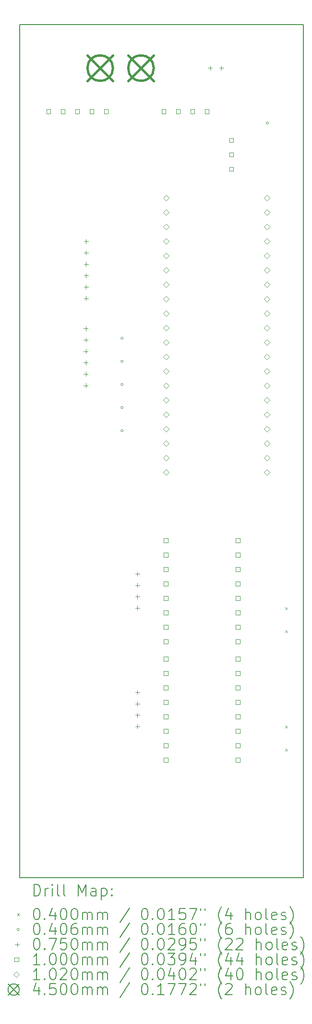
<source format=gbr>
%TF.GenerationSoftware,KiCad,Pcbnew,(6.0.11)*%
%TF.CreationDate,2023-04-04T20:38:15-04:00*%
%TF.ProjectId,ProtogenBackpackPCB,50726f74-6f67-4656-9e42-61636b706163,rev?*%
%TF.SameCoordinates,Original*%
%TF.FileFunction,Drillmap*%
%TF.FilePolarity,Positive*%
%FSLAX45Y45*%
G04 Gerber Fmt 4.5, Leading zero omitted, Abs format (unit mm)*
G04 Created by KiCad (PCBNEW (6.0.11)) date 2023-04-04 20:38:15*
%MOMM*%
%LPD*%
G01*
G04 APERTURE LIST*
%ADD10C,0.150000*%
%ADD11C,0.200000*%
%ADD12C,0.040000*%
%ADD13C,0.040640*%
%ADD14C,0.075000*%
%ADD15C,0.100000*%
%ADD16C,0.102000*%
%ADD17C,0.450000*%
G04 APERTURE END LIST*
D10*
X11430000Y-2540000D02*
X16430000Y-2540000D01*
X16430000Y-2540000D02*
X16430000Y-17540000D01*
X16430000Y-17540000D02*
X11430000Y-17540000D01*
X11430000Y-17540000D02*
X11430000Y-2540000D01*
D11*
D12*
X16109000Y-12781600D02*
X16149000Y-12821600D01*
X16149000Y-12781600D02*
X16109000Y-12821600D01*
X16109000Y-13188000D02*
X16149000Y-13228000D01*
X16149000Y-13188000D02*
X16109000Y-13228000D01*
X16109000Y-14864400D02*
X16149000Y-14904400D01*
X16149000Y-14864400D02*
X16109000Y-14904400D01*
X16109000Y-15273800D02*
X16149000Y-15313800D01*
X16149000Y-15273800D02*
X16109000Y-15313800D01*
D13*
X13253720Y-8051800D02*
G75*
G03*
X13253720Y-8051800I-20320J0D01*
G01*
X13253720Y-8458200D02*
G75*
G03*
X13253720Y-8458200I-20320J0D01*
G01*
X13253720Y-8864600D02*
G75*
G03*
X13253720Y-8864600I-20320J0D01*
G01*
X13253720Y-9271000D02*
G75*
G03*
X13253720Y-9271000I-20320J0D01*
G01*
X13253720Y-9677400D02*
G75*
G03*
X13253720Y-9677400I-20320J0D01*
G01*
X15819120Y-4267200D02*
G75*
G03*
X15819120Y-4267200I-20320J0D01*
G01*
D14*
X12594200Y-7844500D02*
X12594200Y-7919500D01*
X12556700Y-7882000D02*
X12631700Y-7882000D01*
X12594200Y-8044500D02*
X12594200Y-8119500D01*
X12556700Y-8082000D02*
X12631700Y-8082000D01*
X12594200Y-8244500D02*
X12594200Y-8319500D01*
X12556700Y-8282000D02*
X12631700Y-8282000D01*
X12594200Y-8444500D02*
X12594200Y-8519500D01*
X12556700Y-8482000D02*
X12631700Y-8482000D01*
X12594200Y-8644500D02*
X12594200Y-8719500D01*
X12556700Y-8682000D02*
X12631700Y-8682000D01*
X12594200Y-8844500D02*
X12594200Y-8919500D01*
X12556700Y-8882000D02*
X12631700Y-8882000D01*
X12598400Y-6312500D02*
X12598400Y-6387500D01*
X12560900Y-6350000D02*
X12635900Y-6350000D01*
X12598400Y-6512500D02*
X12598400Y-6587500D01*
X12560900Y-6550000D02*
X12635900Y-6550000D01*
X12598400Y-6712500D02*
X12598400Y-6787500D01*
X12560900Y-6750000D02*
X12635900Y-6750000D01*
X12598400Y-6912500D02*
X12598400Y-6987500D01*
X12560900Y-6950000D02*
X12635900Y-6950000D01*
X12598400Y-7112500D02*
X12598400Y-7187500D01*
X12560900Y-7150000D02*
X12635900Y-7150000D01*
X12598400Y-7312500D02*
X12598400Y-7387500D01*
X12560900Y-7350000D02*
X12635900Y-7350000D01*
X13504300Y-12159300D02*
X13504300Y-12234300D01*
X13466800Y-12196800D02*
X13541800Y-12196800D01*
X13504300Y-12359300D02*
X13504300Y-12434300D01*
X13466800Y-12396800D02*
X13541800Y-12396800D01*
X13504300Y-12559300D02*
X13504300Y-12634300D01*
X13466800Y-12596800D02*
X13541800Y-12596800D01*
X13504300Y-12759300D02*
X13504300Y-12834300D01*
X13466800Y-12796800D02*
X13541800Y-12796800D01*
X13504300Y-14242100D02*
X13504300Y-14317100D01*
X13466800Y-14279600D02*
X13541800Y-14279600D01*
X13504300Y-14442100D02*
X13504300Y-14517100D01*
X13466800Y-14479600D02*
X13541800Y-14479600D01*
X13504300Y-14642100D02*
X13504300Y-14717100D01*
X13466800Y-14679600D02*
X13541800Y-14679600D01*
X13504300Y-14842100D02*
X13504300Y-14917100D01*
X13466800Y-14879600D02*
X13541800Y-14879600D01*
X14786000Y-3264500D02*
X14786000Y-3339500D01*
X14748500Y-3302000D02*
X14823500Y-3302000D01*
X14986000Y-3264500D02*
X14986000Y-3339500D01*
X14948500Y-3302000D02*
X15023500Y-3302000D01*
D15*
X11973356Y-4099356D02*
X11973356Y-4028644D01*
X11902644Y-4028644D01*
X11902644Y-4099356D01*
X11973356Y-4099356D01*
X12227356Y-4099356D02*
X12227356Y-4028644D01*
X12156644Y-4028644D01*
X12156644Y-4099356D01*
X12227356Y-4099356D01*
X12481356Y-4099356D02*
X12481356Y-4028644D01*
X12410644Y-4028644D01*
X12410644Y-4099356D01*
X12481356Y-4099356D01*
X12735356Y-4099356D02*
X12735356Y-4028644D01*
X12664644Y-4028644D01*
X12664644Y-4099356D01*
X12735356Y-4099356D01*
X12989356Y-4099356D02*
X12989356Y-4028644D01*
X12918644Y-4028644D01*
X12918644Y-4099356D01*
X12989356Y-4099356D01*
X14005356Y-4099356D02*
X14005356Y-4028644D01*
X13934644Y-4028644D01*
X13934644Y-4099356D01*
X14005356Y-4099356D01*
X14043306Y-11643156D02*
X14043306Y-11572444D01*
X13972594Y-11572444D01*
X13972594Y-11643156D01*
X14043306Y-11643156D01*
X14043306Y-11897156D02*
X14043306Y-11826444D01*
X13972594Y-11826444D01*
X13972594Y-11897156D01*
X14043306Y-11897156D01*
X14043306Y-12151156D02*
X14043306Y-12080444D01*
X13972594Y-12080444D01*
X13972594Y-12151156D01*
X14043306Y-12151156D01*
X14043306Y-12405156D02*
X14043306Y-12334444D01*
X13972594Y-12334444D01*
X13972594Y-12405156D01*
X14043306Y-12405156D01*
X14043306Y-12659156D02*
X14043306Y-12588444D01*
X13972594Y-12588444D01*
X13972594Y-12659156D01*
X14043306Y-12659156D01*
X14043306Y-12913156D02*
X14043306Y-12842444D01*
X13972594Y-12842444D01*
X13972594Y-12913156D01*
X14043306Y-12913156D01*
X14043306Y-13167156D02*
X14043306Y-13096444D01*
X13972594Y-13096444D01*
X13972594Y-13167156D01*
X14043306Y-13167156D01*
X14043306Y-13421156D02*
X14043306Y-13350444D01*
X13972594Y-13350444D01*
X13972594Y-13421156D01*
X14043306Y-13421156D01*
X14043456Y-13725956D02*
X14043456Y-13655244D01*
X13972744Y-13655244D01*
X13972744Y-13725956D01*
X14043456Y-13725956D01*
X14043456Y-13979956D02*
X14043456Y-13909244D01*
X13972744Y-13909244D01*
X13972744Y-13979956D01*
X14043456Y-13979956D01*
X14043456Y-14233956D02*
X14043456Y-14163244D01*
X13972744Y-14163244D01*
X13972744Y-14233956D01*
X14043456Y-14233956D01*
X14043456Y-14487956D02*
X14043456Y-14417244D01*
X13972744Y-14417244D01*
X13972744Y-14487956D01*
X14043456Y-14487956D01*
X14043456Y-14741956D02*
X14043456Y-14671244D01*
X13972744Y-14671244D01*
X13972744Y-14741956D01*
X14043456Y-14741956D01*
X14043456Y-14995956D02*
X14043456Y-14925244D01*
X13972744Y-14925244D01*
X13972744Y-14995956D01*
X14043456Y-14995956D01*
X14043456Y-15249956D02*
X14043456Y-15179244D01*
X13972744Y-15179244D01*
X13972744Y-15249956D01*
X14043456Y-15249956D01*
X14043456Y-15503956D02*
X14043456Y-15433244D01*
X13972744Y-15433244D01*
X13972744Y-15503956D01*
X14043456Y-15503956D01*
X14259356Y-4099356D02*
X14259356Y-4028644D01*
X14188644Y-4028644D01*
X14188644Y-4099356D01*
X14259356Y-4099356D01*
X14513356Y-4099356D02*
X14513356Y-4028644D01*
X14442644Y-4028644D01*
X14442644Y-4099356D01*
X14513356Y-4099356D01*
X14767356Y-4099356D02*
X14767356Y-4028644D01*
X14696644Y-4028644D01*
X14696644Y-4099356D01*
X14767356Y-4099356D01*
X15196656Y-4605856D02*
X15196656Y-4535144D01*
X15125944Y-4535144D01*
X15125944Y-4605856D01*
X15196656Y-4605856D01*
X15196656Y-4859856D02*
X15196656Y-4789144D01*
X15125944Y-4789144D01*
X15125944Y-4859856D01*
X15196656Y-4859856D01*
X15196656Y-5113856D02*
X15196656Y-5043144D01*
X15125944Y-5043144D01*
X15125944Y-5113856D01*
X15196656Y-5113856D01*
X15313306Y-11643156D02*
X15313306Y-11572444D01*
X15242594Y-11572444D01*
X15242594Y-11643156D01*
X15313306Y-11643156D01*
X15313306Y-11897156D02*
X15313306Y-11826444D01*
X15242594Y-11826444D01*
X15242594Y-11897156D01*
X15313306Y-11897156D01*
X15313306Y-12151156D02*
X15313306Y-12080444D01*
X15242594Y-12080444D01*
X15242594Y-12151156D01*
X15313306Y-12151156D01*
X15313306Y-12405156D02*
X15313306Y-12334444D01*
X15242594Y-12334444D01*
X15242594Y-12405156D01*
X15313306Y-12405156D01*
X15313306Y-12659156D02*
X15313306Y-12588444D01*
X15242594Y-12588444D01*
X15242594Y-12659156D01*
X15313306Y-12659156D01*
X15313306Y-12913156D02*
X15313306Y-12842444D01*
X15242594Y-12842444D01*
X15242594Y-12913156D01*
X15313306Y-12913156D01*
X15313306Y-13167156D02*
X15313306Y-13096444D01*
X15242594Y-13096444D01*
X15242594Y-13167156D01*
X15313306Y-13167156D01*
X15313306Y-13421156D02*
X15313306Y-13350444D01*
X15242594Y-13350444D01*
X15242594Y-13421156D01*
X15313306Y-13421156D01*
X15313456Y-13725956D02*
X15313456Y-13655244D01*
X15242744Y-13655244D01*
X15242744Y-13725956D01*
X15313456Y-13725956D01*
X15313456Y-13979956D02*
X15313456Y-13909244D01*
X15242744Y-13909244D01*
X15242744Y-13979956D01*
X15313456Y-13979956D01*
X15313456Y-14233956D02*
X15313456Y-14163244D01*
X15242744Y-14163244D01*
X15242744Y-14233956D01*
X15313456Y-14233956D01*
X15313456Y-14487956D02*
X15313456Y-14417244D01*
X15242744Y-14417244D01*
X15242744Y-14487956D01*
X15313456Y-14487956D01*
X15313456Y-14741956D02*
X15313456Y-14671244D01*
X15242744Y-14671244D01*
X15242744Y-14741956D01*
X15313456Y-14741956D01*
X15313456Y-14995956D02*
X15313456Y-14925244D01*
X15242744Y-14925244D01*
X15242744Y-14995956D01*
X15313456Y-14995956D01*
X15313456Y-15249956D02*
X15313456Y-15179244D01*
X15242744Y-15179244D01*
X15242744Y-15249956D01*
X15313456Y-15249956D01*
X15313456Y-15503956D02*
X15313456Y-15433244D01*
X15242744Y-15433244D01*
X15242744Y-15503956D01*
X15313456Y-15503956D01*
D16*
X14008100Y-5639000D02*
X14059100Y-5588000D01*
X14008100Y-5537000D01*
X13957100Y-5588000D01*
X14008100Y-5639000D01*
X14008100Y-5893000D02*
X14059100Y-5842000D01*
X14008100Y-5791000D01*
X13957100Y-5842000D01*
X14008100Y-5893000D01*
X14008100Y-6147000D02*
X14059100Y-6096000D01*
X14008100Y-6045000D01*
X13957100Y-6096000D01*
X14008100Y-6147000D01*
X14008100Y-6401000D02*
X14059100Y-6350000D01*
X14008100Y-6299000D01*
X13957100Y-6350000D01*
X14008100Y-6401000D01*
X14008100Y-6655000D02*
X14059100Y-6604000D01*
X14008100Y-6553000D01*
X13957100Y-6604000D01*
X14008100Y-6655000D01*
X14008100Y-6909000D02*
X14059100Y-6858000D01*
X14008100Y-6807000D01*
X13957100Y-6858000D01*
X14008100Y-6909000D01*
X14008100Y-7163000D02*
X14059100Y-7112000D01*
X14008100Y-7061000D01*
X13957100Y-7112000D01*
X14008100Y-7163000D01*
X14008100Y-7417000D02*
X14059100Y-7366000D01*
X14008100Y-7315000D01*
X13957100Y-7366000D01*
X14008100Y-7417000D01*
X14008100Y-7671000D02*
X14059100Y-7620000D01*
X14008100Y-7569000D01*
X13957100Y-7620000D01*
X14008100Y-7671000D01*
X14008100Y-7925000D02*
X14059100Y-7874000D01*
X14008100Y-7823000D01*
X13957100Y-7874000D01*
X14008100Y-7925000D01*
X14008100Y-8179000D02*
X14059100Y-8128000D01*
X14008100Y-8077000D01*
X13957100Y-8128000D01*
X14008100Y-8179000D01*
X14008100Y-8433000D02*
X14059100Y-8382000D01*
X14008100Y-8331000D01*
X13957100Y-8382000D01*
X14008100Y-8433000D01*
X14008100Y-8687000D02*
X14059100Y-8636000D01*
X14008100Y-8585000D01*
X13957100Y-8636000D01*
X14008100Y-8687000D01*
X14008100Y-8941000D02*
X14059100Y-8890000D01*
X14008100Y-8839000D01*
X13957100Y-8890000D01*
X14008100Y-8941000D01*
X14008100Y-9195000D02*
X14059100Y-9144000D01*
X14008100Y-9093000D01*
X13957100Y-9144000D01*
X14008100Y-9195000D01*
X14008100Y-9449000D02*
X14059100Y-9398000D01*
X14008100Y-9347000D01*
X13957100Y-9398000D01*
X14008100Y-9449000D01*
X14008100Y-9703000D02*
X14059100Y-9652000D01*
X14008100Y-9601000D01*
X13957100Y-9652000D01*
X14008100Y-9703000D01*
X14008100Y-9957000D02*
X14059100Y-9906000D01*
X14008100Y-9855000D01*
X13957100Y-9906000D01*
X14008100Y-9957000D01*
X14008100Y-10211000D02*
X14059100Y-10160000D01*
X14008100Y-10109000D01*
X13957100Y-10160000D01*
X14008100Y-10211000D01*
X14008100Y-10465000D02*
X14059100Y-10414000D01*
X14008100Y-10363000D01*
X13957100Y-10414000D01*
X14008100Y-10465000D01*
X15786100Y-5639000D02*
X15837100Y-5588000D01*
X15786100Y-5537000D01*
X15735100Y-5588000D01*
X15786100Y-5639000D01*
X15786100Y-5893000D02*
X15837100Y-5842000D01*
X15786100Y-5791000D01*
X15735100Y-5842000D01*
X15786100Y-5893000D01*
X15786100Y-6147000D02*
X15837100Y-6096000D01*
X15786100Y-6045000D01*
X15735100Y-6096000D01*
X15786100Y-6147000D01*
X15786100Y-6401000D02*
X15837100Y-6350000D01*
X15786100Y-6299000D01*
X15735100Y-6350000D01*
X15786100Y-6401000D01*
X15786100Y-6655000D02*
X15837100Y-6604000D01*
X15786100Y-6553000D01*
X15735100Y-6604000D01*
X15786100Y-6655000D01*
X15786100Y-6909000D02*
X15837100Y-6858000D01*
X15786100Y-6807000D01*
X15735100Y-6858000D01*
X15786100Y-6909000D01*
X15786100Y-7163000D02*
X15837100Y-7112000D01*
X15786100Y-7061000D01*
X15735100Y-7112000D01*
X15786100Y-7163000D01*
X15786100Y-7417000D02*
X15837100Y-7366000D01*
X15786100Y-7315000D01*
X15735100Y-7366000D01*
X15786100Y-7417000D01*
X15786100Y-7671000D02*
X15837100Y-7620000D01*
X15786100Y-7569000D01*
X15735100Y-7620000D01*
X15786100Y-7671000D01*
X15786100Y-7925000D02*
X15837100Y-7874000D01*
X15786100Y-7823000D01*
X15735100Y-7874000D01*
X15786100Y-7925000D01*
X15786100Y-8179000D02*
X15837100Y-8128000D01*
X15786100Y-8077000D01*
X15735100Y-8128000D01*
X15786100Y-8179000D01*
X15786100Y-8433000D02*
X15837100Y-8382000D01*
X15786100Y-8331000D01*
X15735100Y-8382000D01*
X15786100Y-8433000D01*
X15786100Y-8687000D02*
X15837100Y-8636000D01*
X15786100Y-8585000D01*
X15735100Y-8636000D01*
X15786100Y-8687000D01*
X15786100Y-8941000D02*
X15837100Y-8890000D01*
X15786100Y-8839000D01*
X15735100Y-8890000D01*
X15786100Y-8941000D01*
X15786100Y-9195000D02*
X15837100Y-9144000D01*
X15786100Y-9093000D01*
X15735100Y-9144000D01*
X15786100Y-9195000D01*
X15786100Y-9449000D02*
X15837100Y-9398000D01*
X15786100Y-9347000D01*
X15735100Y-9398000D01*
X15786100Y-9449000D01*
X15786100Y-9703000D02*
X15837100Y-9652000D01*
X15786100Y-9601000D01*
X15735100Y-9652000D01*
X15786100Y-9703000D01*
X15786100Y-9957000D02*
X15837100Y-9906000D01*
X15786100Y-9855000D01*
X15735100Y-9906000D01*
X15786100Y-9957000D01*
X15786100Y-10211000D02*
X15837100Y-10160000D01*
X15786100Y-10109000D01*
X15735100Y-10160000D01*
X15786100Y-10211000D01*
X15786100Y-10465000D02*
X15837100Y-10414000D01*
X15786100Y-10363000D01*
X15735100Y-10414000D01*
X15786100Y-10465000D01*
D17*
X12623000Y-3077000D02*
X13073000Y-3527000D01*
X13073000Y-3077000D02*
X12623000Y-3527000D01*
X13073000Y-3302000D02*
G75*
G03*
X13073000Y-3302000I-225000J0D01*
G01*
X13343000Y-3077000D02*
X13793000Y-3527000D01*
X13793000Y-3077000D02*
X13343000Y-3527000D01*
X13793000Y-3302000D02*
G75*
G03*
X13793000Y-3302000I-225000J0D01*
G01*
D11*
X11680119Y-17857976D02*
X11680119Y-17657976D01*
X11727738Y-17657976D01*
X11756309Y-17667500D01*
X11775357Y-17686548D01*
X11784881Y-17705595D01*
X11794405Y-17743690D01*
X11794405Y-17772262D01*
X11784881Y-17810357D01*
X11775357Y-17829405D01*
X11756309Y-17848452D01*
X11727738Y-17857976D01*
X11680119Y-17857976D01*
X11880119Y-17857976D02*
X11880119Y-17724643D01*
X11880119Y-17762738D02*
X11889643Y-17743690D01*
X11899167Y-17734167D01*
X11918214Y-17724643D01*
X11937262Y-17724643D01*
X12003928Y-17857976D02*
X12003928Y-17724643D01*
X12003928Y-17657976D02*
X11994405Y-17667500D01*
X12003928Y-17677024D01*
X12013452Y-17667500D01*
X12003928Y-17657976D01*
X12003928Y-17677024D01*
X12127738Y-17857976D02*
X12108690Y-17848452D01*
X12099167Y-17829405D01*
X12099167Y-17657976D01*
X12232500Y-17857976D02*
X12213452Y-17848452D01*
X12203928Y-17829405D01*
X12203928Y-17657976D01*
X12461071Y-17857976D02*
X12461071Y-17657976D01*
X12527738Y-17800833D01*
X12594405Y-17657976D01*
X12594405Y-17857976D01*
X12775357Y-17857976D02*
X12775357Y-17753214D01*
X12765833Y-17734167D01*
X12746786Y-17724643D01*
X12708690Y-17724643D01*
X12689643Y-17734167D01*
X12775357Y-17848452D02*
X12756309Y-17857976D01*
X12708690Y-17857976D01*
X12689643Y-17848452D01*
X12680119Y-17829405D01*
X12680119Y-17810357D01*
X12689643Y-17791310D01*
X12708690Y-17781786D01*
X12756309Y-17781786D01*
X12775357Y-17772262D01*
X12870595Y-17724643D02*
X12870595Y-17924643D01*
X12870595Y-17734167D02*
X12889643Y-17724643D01*
X12927738Y-17724643D01*
X12946786Y-17734167D01*
X12956309Y-17743690D01*
X12965833Y-17762738D01*
X12965833Y-17819881D01*
X12956309Y-17838929D01*
X12946786Y-17848452D01*
X12927738Y-17857976D01*
X12889643Y-17857976D01*
X12870595Y-17848452D01*
X13051548Y-17838929D02*
X13061071Y-17848452D01*
X13051548Y-17857976D01*
X13042024Y-17848452D01*
X13051548Y-17838929D01*
X13051548Y-17857976D01*
X13051548Y-17734167D02*
X13061071Y-17743690D01*
X13051548Y-17753214D01*
X13042024Y-17743690D01*
X13051548Y-17734167D01*
X13051548Y-17753214D01*
D12*
X11382500Y-18167500D02*
X11422500Y-18207500D01*
X11422500Y-18167500D02*
X11382500Y-18207500D01*
D11*
X11718214Y-18077976D02*
X11737262Y-18077976D01*
X11756309Y-18087500D01*
X11765833Y-18097024D01*
X11775357Y-18116071D01*
X11784881Y-18154167D01*
X11784881Y-18201786D01*
X11775357Y-18239881D01*
X11765833Y-18258929D01*
X11756309Y-18268452D01*
X11737262Y-18277976D01*
X11718214Y-18277976D01*
X11699167Y-18268452D01*
X11689643Y-18258929D01*
X11680119Y-18239881D01*
X11670595Y-18201786D01*
X11670595Y-18154167D01*
X11680119Y-18116071D01*
X11689643Y-18097024D01*
X11699167Y-18087500D01*
X11718214Y-18077976D01*
X11870595Y-18258929D02*
X11880119Y-18268452D01*
X11870595Y-18277976D01*
X11861071Y-18268452D01*
X11870595Y-18258929D01*
X11870595Y-18277976D01*
X12051548Y-18144643D02*
X12051548Y-18277976D01*
X12003928Y-18068452D02*
X11956309Y-18211310D01*
X12080119Y-18211310D01*
X12194405Y-18077976D02*
X12213452Y-18077976D01*
X12232500Y-18087500D01*
X12242024Y-18097024D01*
X12251548Y-18116071D01*
X12261071Y-18154167D01*
X12261071Y-18201786D01*
X12251548Y-18239881D01*
X12242024Y-18258929D01*
X12232500Y-18268452D01*
X12213452Y-18277976D01*
X12194405Y-18277976D01*
X12175357Y-18268452D01*
X12165833Y-18258929D01*
X12156309Y-18239881D01*
X12146786Y-18201786D01*
X12146786Y-18154167D01*
X12156309Y-18116071D01*
X12165833Y-18097024D01*
X12175357Y-18087500D01*
X12194405Y-18077976D01*
X12384881Y-18077976D02*
X12403928Y-18077976D01*
X12422976Y-18087500D01*
X12432500Y-18097024D01*
X12442024Y-18116071D01*
X12451548Y-18154167D01*
X12451548Y-18201786D01*
X12442024Y-18239881D01*
X12432500Y-18258929D01*
X12422976Y-18268452D01*
X12403928Y-18277976D01*
X12384881Y-18277976D01*
X12365833Y-18268452D01*
X12356309Y-18258929D01*
X12346786Y-18239881D01*
X12337262Y-18201786D01*
X12337262Y-18154167D01*
X12346786Y-18116071D01*
X12356309Y-18097024D01*
X12365833Y-18087500D01*
X12384881Y-18077976D01*
X12537262Y-18277976D02*
X12537262Y-18144643D01*
X12537262Y-18163690D02*
X12546786Y-18154167D01*
X12565833Y-18144643D01*
X12594405Y-18144643D01*
X12613452Y-18154167D01*
X12622976Y-18173214D01*
X12622976Y-18277976D01*
X12622976Y-18173214D02*
X12632500Y-18154167D01*
X12651548Y-18144643D01*
X12680119Y-18144643D01*
X12699167Y-18154167D01*
X12708690Y-18173214D01*
X12708690Y-18277976D01*
X12803928Y-18277976D02*
X12803928Y-18144643D01*
X12803928Y-18163690D02*
X12813452Y-18154167D01*
X12832500Y-18144643D01*
X12861071Y-18144643D01*
X12880119Y-18154167D01*
X12889643Y-18173214D01*
X12889643Y-18277976D01*
X12889643Y-18173214D02*
X12899167Y-18154167D01*
X12918214Y-18144643D01*
X12946786Y-18144643D01*
X12965833Y-18154167D01*
X12975357Y-18173214D01*
X12975357Y-18277976D01*
X13365833Y-18068452D02*
X13194405Y-18325595D01*
X13622976Y-18077976D02*
X13642024Y-18077976D01*
X13661071Y-18087500D01*
X13670595Y-18097024D01*
X13680119Y-18116071D01*
X13689643Y-18154167D01*
X13689643Y-18201786D01*
X13680119Y-18239881D01*
X13670595Y-18258929D01*
X13661071Y-18268452D01*
X13642024Y-18277976D01*
X13622976Y-18277976D01*
X13603928Y-18268452D01*
X13594405Y-18258929D01*
X13584881Y-18239881D01*
X13575357Y-18201786D01*
X13575357Y-18154167D01*
X13584881Y-18116071D01*
X13594405Y-18097024D01*
X13603928Y-18087500D01*
X13622976Y-18077976D01*
X13775357Y-18258929D02*
X13784881Y-18268452D01*
X13775357Y-18277976D01*
X13765833Y-18268452D01*
X13775357Y-18258929D01*
X13775357Y-18277976D01*
X13908690Y-18077976D02*
X13927738Y-18077976D01*
X13946786Y-18087500D01*
X13956309Y-18097024D01*
X13965833Y-18116071D01*
X13975357Y-18154167D01*
X13975357Y-18201786D01*
X13965833Y-18239881D01*
X13956309Y-18258929D01*
X13946786Y-18268452D01*
X13927738Y-18277976D01*
X13908690Y-18277976D01*
X13889643Y-18268452D01*
X13880119Y-18258929D01*
X13870595Y-18239881D01*
X13861071Y-18201786D01*
X13861071Y-18154167D01*
X13870595Y-18116071D01*
X13880119Y-18097024D01*
X13889643Y-18087500D01*
X13908690Y-18077976D01*
X14165833Y-18277976D02*
X14051548Y-18277976D01*
X14108690Y-18277976D02*
X14108690Y-18077976D01*
X14089643Y-18106548D01*
X14070595Y-18125595D01*
X14051548Y-18135119D01*
X14346786Y-18077976D02*
X14251548Y-18077976D01*
X14242024Y-18173214D01*
X14251548Y-18163690D01*
X14270595Y-18154167D01*
X14318214Y-18154167D01*
X14337262Y-18163690D01*
X14346786Y-18173214D01*
X14356309Y-18192262D01*
X14356309Y-18239881D01*
X14346786Y-18258929D01*
X14337262Y-18268452D01*
X14318214Y-18277976D01*
X14270595Y-18277976D01*
X14251548Y-18268452D01*
X14242024Y-18258929D01*
X14422976Y-18077976D02*
X14556309Y-18077976D01*
X14470595Y-18277976D01*
X14622976Y-18077976D02*
X14622976Y-18116071D01*
X14699167Y-18077976D02*
X14699167Y-18116071D01*
X14994405Y-18354167D02*
X14984881Y-18344643D01*
X14965833Y-18316071D01*
X14956309Y-18297024D01*
X14946786Y-18268452D01*
X14937262Y-18220833D01*
X14937262Y-18182738D01*
X14946786Y-18135119D01*
X14956309Y-18106548D01*
X14965833Y-18087500D01*
X14984881Y-18058929D01*
X14994405Y-18049405D01*
X15156309Y-18144643D02*
X15156309Y-18277976D01*
X15108690Y-18068452D02*
X15061071Y-18211310D01*
X15184881Y-18211310D01*
X15413452Y-18277976D02*
X15413452Y-18077976D01*
X15499167Y-18277976D02*
X15499167Y-18173214D01*
X15489643Y-18154167D01*
X15470595Y-18144643D01*
X15442024Y-18144643D01*
X15422976Y-18154167D01*
X15413452Y-18163690D01*
X15622976Y-18277976D02*
X15603928Y-18268452D01*
X15594405Y-18258929D01*
X15584881Y-18239881D01*
X15584881Y-18182738D01*
X15594405Y-18163690D01*
X15603928Y-18154167D01*
X15622976Y-18144643D01*
X15651548Y-18144643D01*
X15670595Y-18154167D01*
X15680119Y-18163690D01*
X15689643Y-18182738D01*
X15689643Y-18239881D01*
X15680119Y-18258929D01*
X15670595Y-18268452D01*
X15651548Y-18277976D01*
X15622976Y-18277976D01*
X15803928Y-18277976D02*
X15784881Y-18268452D01*
X15775357Y-18249405D01*
X15775357Y-18077976D01*
X15956309Y-18268452D02*
X15937262Y-18277976D01*
X15899167Y-18277976D01*
X15880119Y-18268452D01*
X15870595Y-18249405D01*
X15870595Y-18173214D01*
X15880119Y-18154167D01*
X15899167Y-18144643D01*
X15937262Y-18144643D01*
X15956309Y-18154167D01*
X15965833Y-18173214D01*
X15965833Y-18192262D01*
X15870595Y-18211310D01*
X16042024Y-18268452D02*
X16061071Y-18277976D01*
X16099167Y-18277976D01*
X16118214Y-18268452D01*
X16127738Y-18249405D01*
X16127738Y-18239881D01*
X16118214Y-18220833D01*
X16099167Y-18211310D01*
X16070595Y-18211310D01*
X16051548Y-18201786D01*
X16042024Y-18182738D01*
X16042024Y-18173214D01*
X16051548Y-18154167D01*
X16070595Y-18144643D01*
X16099167Y-18144643D01*
X16118214Y-18154167D01*
X16194405Y-18354167D02*
X16203928Y-18344643D01*
X16222976Y-18316071D01*
X16232500Y-18297024D01*
X16242024Y-18268452D01*
X16251548Y-18220833D01*
X16251548Y-18182738D01*
X16242024Y-18135119D01*
X16232500Y-18106548D01*
X16222976Y-18087500D01*
X16203928Y-18058929D01*
X16194405Y-18049405D01*
D13*
X11422500Y-18451500D02*
G75*
G03*
X11422500Y-18451500I-20320J0D01*
G01*
D11*
X11718214Y-18341976D02*
X11737262Y-18341976D01*
X11756309Y-18351500D01*
X11765833Y-18361024D01*
X11775357Y-18380071D01*
X11784881Y-18418167D01*
X11784881Y-18465786D01*
X11775357Y-18503881D01*
X11765833Y-18522929D01*
X11756309Y-18532452D01*
X11737262Y-18541976D01*
X11718214Y-18541976D01*
X11699167Y-18532452D01*
X11689643Y-18522929D01*
X11680119Y-18503881D01*
X11670595Y-18465786D01*
X11670595Y-18418167D01*
X11680119Y-18380071D01*
X11689643Y-18361024D01*
X11699167Y-18351500D01*
X11718214Y-18341976D01*
X11870595Y-18522929D02*
X11880119Y-18532452D01*
X11870595Y-18541976D01*
X11861071Y-18532452D01*
X11870595Y-18522929D01*
X11870595Y-18541976D01*
X12051548Y-18408643D02*
X12051548Y-18541976D01*
X12003928Y-18332452D02*
X11956309Y-18475310D01*
X12080119Y-18475310D01*
X12194405Y-18341976D02*
X12213452Y-18341976D01*
X12232500Y-18351500D01*
X12242024Y-18361024D01*
X12251548Y-18380071D01*
X12261071Y-18418167D01*
X12261071Y-18465786D01*
X12251548Y-18503881D01*
X12242024Y-18522929D01*
X12232500Y-18532452D01*
X12213452Y-18541976D01*
X12194405Y-18541976D01*
X12175357Y-18532452D01*
X12165833Y-18522929D01*
X12156309Y-18503881D01*
X12146786Y-18465786D01*
X12146786Y-18418167D01*
X12156309Y-18380071D01*
X12165833Y-18361024D01*
X12175357Y-18351500D01*
X12194405Y-18341976D01*
X12432500Y-18341976D02*
X12394405Y-18341976D01*
X12375357Y-18351500D01*
X12365833Y-18361024D01*
X12346786Y-18389595D01*
X12337262Y-18427690D01*
X12337262Y-18503881D01*
X12346786Y-18522929D01*
X12356309Y-18532452D01*
X12375357Y-18541976D01*
X12413452Y-18541976D01*
X12432500Y-18532452D01*
X12442024Y-18522929D01*
X12451548Y-18503881D01*
X12451548Y-18456262D01*
X12442024Y-18437214D01*
X12432500Y-18427690D01*
X12413452Y-18418167D01*
X12375357Y-18418167D01*
X12356309Y-18427690D01*
X12346786Y-18437214D01*
X12337262Y-18456262D01*
X12537262Y-18541976D02*
X12537262Y-18408643D01*
X12537262Y-18427690D02*
X12546786Y-18418167D01*
X12565833Y-18408643D01*
X12594405Y-18408643D01*
X12613452Y-18418167D01*
X12622976Y-18437214D01*
X12622976Y-18541976D01*
X12622976Y-18437214D02*
X12632500Y-18418167D01*
X12651548Y-18408643D01*
X12680119Y-18408643D01*
X12699167Y-18418167D01*
X12708690Y-18437214D01*
X12708690Y-18541976D01*
X12803928Y-18541976D02*
X12803928Y-18408643D01*
X12803928Y-18427690D02*
X12813452Y-18418167D01*
X12832500Y-18408643D01*
X12861071Y-18408643D01*
X12880119Y-18418167D01*
X12889643Y-18437214D01*
X12889643Y-18541976D01*
X12889643Y-18437214D02*
X12899167Y-18418167D01*
X12918214Y-18408643D01*
X12946786Y-18408643D01*
X12965833Y-18418167D01*
X12975357Y-18437214D01*
X12975357Y-18541976D01*
X13365833Y-18332452D02*
X13194405Y-18589595D01*
X13622976Y-18341976D02*
X13642024Y-18341976D01*
X13661071Y-18351500D01*
X13670595Y-18361024D01*
X13680119Y-18380071D01*
X13689643Y-18418167D01*
X13689643Y-18465786D01*
X13680119Y-18503881D01*
X13670595Y-18522929D01*
X13661071Y-18532452D01*
X13642024Y-18541976D01*
X13622976Y-18541976D01*
X13603928Y-18532452D01*
X13594405Y-18522929D01*
X13584881Y-18503881D01*
X13575357Y-18465786D01*
X13575357Y-18418167D01*
X13584881Y-18380071D01*
X13594405Y-18361024D01*
X13603928Y-18351500D01*
X13622976Y-18341976D01*
X13775357Y-18522929D02*
X13784881Y-18532452D01*
X13775357Y-18541976D01*
X13765833Y-18532452D01*
X13775357Y-18522929D01*
X13775357Y-18541976D01*
X13908690Y-18341976D02*
X13927738Y-18341976D01*
X13946786Y-18351500D01*
X13956309Y-18361024D01*
X13965833Y-18380071D01*
X13975357Y-18418167D01*
X13975357Y-18465786D01*
X13965833Y-18503881D01*
X13956309Y-18522929D01*
X13946786Y-18532452D01*
X13927738Y-18541976D01*
X13908690Y-18541976D01*
X13889643Y-18532452D01*
X13880119Y-18522929D01*
X13870595Y-18503881D01*
X13861071Y-18465786D01*
X13861071Y-18418167D01*
X13870595Y-18380071D01*
X13880119Y-18361024D01*
X13889643Y-18351500D01*
X13908690Y-18341976D01*
X14165833Y-18541976D02*
X14051548Y-18541976D01*
X14108690Y-18541976D02*
X14108690Y-18341976D01*
X14089643Y-18370548D01*
X14070595Y-18389595D01*
X14051548Y-18399119D01*
X14337262Y-18341976D02*
X14299167Y-18341976D01*
X14280119Y-18351500D01*
X14270595Y-18361024D01*
X14251548Y-18389595D01*
X14242024Y-18427690D01*
X14242024Y-18503881D01*
X14251548Y-18522929D01*
X14261071Y-18532452D01*
X14280119Y-18541976D01*
X14318214Y-18541976D01*
X14337262Y-18532452D01*
X14346786Y-18522929D01*
X14356309Y-18503881D01*
X14356309Y-18456262D01*
X14346786Y-18437214D01*
X14337262Y-18427690D01*
X14318214Y-18418167D01*
X14280119Y-18418167D01*
X14261071Y-18427690D01*
X14251548Y-18437214D01*
X14242024Y-18456262D01*
X14480119Y-18341976D02*
X14499167Y-18341976D01*
X14518214Y-18351500D01*
X14527738Y-18361024D01*
X14537262Y-18380071D01*
X14546786Y-18418167D01*
X14546786Y-18465786D01*
X14537262Y-18503881D01*
X14527738Y-18522929D01*
X14518214Y-18532452D01*
X14499167Y-18541976D01*
X14480119Y-18541976D01*
X14461071Y-18532452D01*
X14451548Y-18522929D01*
X14442024Y-18503881D01*
X14432500Y-18465786D01*
X14432500Y-18418167D01*
X14442024Y-18380071D01*
X14451548Y-18361024D01*
X14461071Y-18351500D01*
X14480119Y-18341976D01*
X14622976Y-18341976D02*
X14622976Y-18380071D01*
X14699167Y-18341976D02*
X14699167Y-18380071D01*
X14994405Y-18618167D02*
X14984881Y-18608643D01*
X14965833Y-18580071D01*
X14956309Y-18561024D01*
X14946786Y-18532452D01*
X14937262Y-18484833D01*
X14937262Y-18446738D01*
X14946786Y-18399119D01*
X14956309Y-18370548D01*
X14965833Y-18351500D01*
X14984881Y-18322929D01*
X14994405Y-18313405D01*
X15156309Y-18341976D02*
X15118214Y-18341976D01*
X15099167Y-18351500D01*
X15089643Y-18361024D01*
X15070595Y-18389595D01*
X15061071Y-18427690D01*
X15061071Y-18503881D01*
X15070595Y-18522929D01*
X15080119Y-18532452D01*
X15099167Y-18541976D01*
X15137262Y-18541976D01*
X15156309Y-18532452D01*
X15165833Y-18522929D01*
X15175357Y-18503881D01*
X15175357Y-18456262D01*
X15165833Y-18437214D01*
X15156309Y-18427690D01*
X15137262Y-18418167D01*
X15099167Y-18418167D01*
X15080119Y-18427690D01*
X15070595Y-18437214D01*
X15061071Y-18456262D01*
X15413452Y-18541976D02*
X15413452Y-18341976D01*
X15499167Y-18541976D02*
X15499167Y-18437214D01*
X15489643Y-18418167D01*
X15470595Y-18408643D01*
X15442024Y-18408643D01*
X15422976Y-18418167D01*
X15413452Y-18427690D01*
X15622976Y-18541976D02*
X15603928Y-18532452D01*
X15594405Y-18522929D01*
X15584881Y-18503881D01*
X15584881Y-18446738D01*
X15594405Y-18427690D01*
X15603928Y-18418167D01*
X15622976Y-18408643D01*
X15651548Y-18408643D01*
X15670595Y-18418167D01*
X15680119Y-18427690D01*
X15689643Y-18446738D01*
X15689643Y-18503881D01*
X15680119Y-18522929D01*
X15670595Y-18532452D01*
X15651548Y-18541976D01*
X15622976Y-18541976D01*
X15803928Y-18541976D02*
X15784881Y-18532452D01*
X15775357Y-18513405D01*
X15775357Y-18341976D01*
X15956309Y-18532452D02*
X15937262Y-18541976D01*
X15899167Y-18541976D01*
X15880119Y-18532452D01*
X15870595Y-18513405D01*
X15870595Y-18437214D01*
X15880119Y-18418167D01*
X15899167Y-18408643D01*
X15937262Y-18408643D01*
X15956309Y-18418167D01*
X15965833Y-18437214D01*
X15965833Y-18456262D01*
X15870595Y-18475310D01*
X16042024Y-18532452D02*
X16061071Y-18541976D01*
X16099167Y-18541976D01*
X16118214Y-18532452D01*
X16127738Y-18513405D01*
X16127738Y-18503881D01*
X16118214Y-18484833D01*
X16099167Y-18475310D01*
X16070595Y-18475310D01*
X16051548Y-18465786D01*
X16042024Y-18446738D01*
X16042024Y-18437214D01*
X16051548Y-18418167D01*
X16070595Y-18408643D01*
X16099167Y-18408643D01*
X16118214Y-18418167D01*
X16194405Y-18618167D02*
X16203928Y-18608643D01*
X16222976Y-18580071D01*
X16232500Y-18561024D01*
X16242024Y-18532452D01*
X16251548Y-18484833D01*
X16251548Y-18446738D01*
X16242024Y-18399119D01*
X16232500Y-18370548D01*
X16222976Y-18351500D01*
X16203928Y-18322929D01*
X16194405Y-18313405D01*
D14*
X11385000Y-18678000D02*
X11385000Y-18753000D01*
X11347500Y-18715500D02*
X11422500Y-18715500D01*
D11*
X11718214Y-18605976D02*
X11737262Y-18605976D01*
X11756309Y-18615500D01*
X11765833Y-18625024D01*
X11775357Y-18644071D01*
X11784881Y-18682167D01*
X11784881Y-18729786D01*
X11775357Y-18767881D01*
X11765833Y-18786929D01*
X11756309Y-18796452D01*
X11737262Y-18805976D01*
X11718214Y-18805976D01*
X11699167Y-18796452D01*
X11689643Y-18786929D01*
X11680119Y-18767881D01*
X11670595Y-18729786D01*
X11670595Y-18682167D01*
X11680119Y-18644071D01*
X11689643Y-18625024D01*
X11699167Y-18615500D01*
X11718214Y-18605976D01*
X11870595Y-18786929D02*
X11880119Y-18796452D01*
X11870595Y-18805976D01*
X11861071Y-18796452D01*
X11870595Y-18786929D01*
X11870595Y-18805976D01*
X11946786Y-18605976D02*
X12080119Y-18605976D01*
X11994405Y-18805976D01*
X12251548Y-18605976D02*
X12156309Y-18605976D01*
X12146786Y-18701214D01*
X12156309Y-18691690D01*
X12175357Y-18682167D01*
X12222976Y-18682167D01*
X12242024Y-18691690D01*
X12251548Y-18701214D01*
X12261071Y-18720262D01*
X12261071Y-18767881D01*
X12251548Y-18786929D01*
X12242024Y-18796452D01*
X12222976Y-18805976D01*
X12175357Y-18805976D01*
X12156309Y-18796452D01*
X12146786Y-18786929D01*
X12384881Y-18605976D02*
X12403928Y-18605976D01*
X12422976Y-18615500D01*
X12432500Y-18625024D01*
X12442024Y-18644071D01*
X12451548Y-18682167D01*
X12451548Y-18729786D01*
X12442024Y-18767881D01*
X12432500Y-18786929D01*
X12422976Y-18796452D01*
X12403928Y-18805976D01*
X12384881Y-18805976D01*
X12365833Y-18796452D01*
X12356309Y-18786929D01*
X12346786Y-18767881D01*
X12337262Y-18729786D01*
X12337262Y-18682167D01*
X12346786Y-18644071D01*
X12356309Y-18625024D01*
X12365833Y-18615500D01*
X12384881Y-18605976D01*
X12537262Y-18805976D02*
X12537262Y-18672643D01*
X12537262Y-18691690D02*
X12546786Y-18682167D01*
X12565833Y-18672643D01*
X12594405Y-18672643D01*
X12613452Y-18682167D01*
X12622976Y-18701214D01*
X12622976Y-18805976D01*
X12622976Y-18701214D02*
X12632500Y-18682167D01*
X12651548Y-18672643D01*
X12680119Y-18672643D01*
X12699167Y-18682167D01*
X12708690Y-18701214D01*
X12708690Y-18805976D01*
X12803928Y-18805976D02*
X12803928Y-18672643D01*
X12803928Y-18691690D02*
X12813452Y-18682167D01*
X12832500Y-18672643D01*
X12861071Y-18672643D01*
X12880119Y-18682167D01*
X12889643Y-18701214D01*
X12889643Y-18805976D01*
X12889643Y-18701214D02*
X12899167Y-18682167D01*
X12918214Y-18672643D01*
X12946786Y-18672643D01*
X12965833Y-18682167D01*
X12975357Y-18701214D01*
X12975357Y-18805976D01*
X13365833Y-18596452D02*
X13194405Y-18853595D01*
X13622976Y-18605976D02*
X13642024Y-18605976D01*
X13661071Y-18615500D01*
X13670595Y-18625024D01*
X13680119Y-18644071D01*
X13689643Y-18682167D01*
X13689643Y-18729786D01*
X13680119Y-18767881D01*
X13670595Y-18786929D01*
X13661071Y-18796452D01*
X13642024Y-18805976D01*
X13622976Y-18805976D01*
X13603928Y-18796452D01*
X13594405Y-18786929D01*
X13584881Y-18767881D01*
X13575357Y-18729786D01*
X13575357Y-18682167D01*
X13584881Y-18644071D01*
X13594405Y-18625024D01*
X13603928Y-18615500D01*
X13622976Y-18605976D01*
X13775357Y-18786929D02*
X13784881Y-18796452D01*
X13775357Y-18805976D01*
X13765833Y-18796452D01*
X13775357Y-18786929D01*
X13775357Y-18805976D01*
X13908690Y-18605976D02*
X13927738Y-18605976D01*
X13946786Y-18615500D01*
X13956309Y-18625024D01*
X13965833Y-18644071D01*
X13975357Y-18682167D01*
X13975357Y-18729786D01*
X13965833Y-18767881D01*
X13956309Y-18786929D01*
X13946786Y-18796452D01*
X13927738Y-18805976D01*
X13908690Y-18805976D01*
X13889643Y-18796452D01*
X13880119Y-18786929D01*
X13870595Y-18767881D01*
X13861071Y-18729786D01*
X13861071Y-18682167D01*
X13870595Y-18644071D01*
X13880119Y-18625024D01*
X13889643Y-18615500D01*
X13908690Y-18605976D01*
X14051548Y-18625024D02*
X14061071Y-18615500D01*
X14080119Y-18605976D01*
X14127738Y-18605976D01*
X14146786Y-18615500D01*
X14156309Y-18625024D01*
X14165833Y-18644071D01*
X14165833Y-18663119D01*
X14156309Y-18691690D01*
X14042024Y-18805976D01*
X14165833Y-18805976D01*
X14261071Y-18805976D02*
X14299167Y-18805976D01*
X14318214Y-18796452D01*
X14327738Y-18786929D01*
X14346786Y-18758357D01*
X14356309Y-18720262D01*
X14356309Y-18644071D01*
X14346786Y-18625024D01*
X14337262Y-18615500D01*
X14318214Y-18605976D01*
X14280119Y-18605976D01*
X14261071Y-18615500D01*
X14251548Y-18625024D01*
X14242024Y-18644071D01*
X14242024Y-18691690D01*
X14251548Y-18710738D01*
X14261071Y-18720262D01*
X14280119Y-18729786D01*
X14318214Y-18729786D01*
X14337262Y-18720262D01*
X14346786Y-18710738D01*
X14356309Y-18691690D01*
X14537262Y-18605976D02*
X14442024Y-18605976D01*
X14432500Y-18701214D01*
X14442024Y-18691690D01*
X14461071Y-18682167D01*
X14508690Y-18682167D01*
X14527738Y-18691690D01*
X14537262Y-18701214D01*
X14546786Y-18720262D01*
X14546786Y-18767881D01*
X14537262Y-18786929D01*
X14527738Y-18796452D01*
X14508690Y-18805976D01*
X14461071Y-18805976D01*
X14442024Y-18796452D01*
X14432500Y-18786929D01*
X14622976Y-18605976D02*
X14622976Y-18644071D01*
X14699167Y-18605976D02*
X14699167Y-18644071D01*
X14994405Y-18882167D02*
X14984881Y-18872643D01*
X14965833Y-18844071D01*
X14956309Y-18825024D01*
X14946786Y-18796452D01*
X14937262Y-18748833D01*
X14937262Y-18710738D01*
X14946786Y-18663119D01*
X14956309Y-18634548D01*
X14965833Y-18615500D01*
X14984881Y-18586929D01*
X14994405Y-18577405D01*
X15061071Y-18625024D02*
X15070595Y-18615500D01*
X15089643Y-18605976D01*
X15137262Y-18605976D01*
X15156309Y-18615500D01*
X15165833Y-18625024D01*
X15175357Y-18644071D01*
X15175357Y-18663119D01*
X15165833Y-18691690D01*
X15051548Y-18805976D01*
X15175357Y-18805976D01*
X15251548Y-18625024D02*
X15261071Y-18615500D01*
X15280119Y-18605976D01*
X15327738Y-18605976D01*
X15346786Y-18615500D01*
X15356309Y-18625024D01*
X15365833Y-18644071D01*
X15365833Y-18663119D01*
X15356309Y-18691690D01*
X15242024Y-18805976D01*
X15365833Y-18805976D01*
X15603928Y-18805976D02*
X15603928Y-18605976D01*
X15689643Y-18805976D02*
X15689643Y-18701214D01*
X15680119Y-18682167D01*
X15661071Y-18672643D01*
X15632500Y-18672643D01*
X15613452Y-18682167D01*
X15603928Y-18691690D01*
X15813452Y-18805976D02*
X15794405Y-18796452D01*
X15784881Y-18786929D01*
X15775357Y-18767881D01*
X15775357Y-18710738D01*
X15784881Y-18691690D01*
X15794405Y-18682167D01*
X15813452Y-18672643D01*
X15842024Y-18672643D01*
X15861071Y-18682167D01*
X15870595Y-18691690D01*
X15880119Y-18710738D01*
X15880119Y-18767881D01*
X15870595Y-18786929D01*
X15861071Y-18796452D01*
X15842024Y-18805976D01*
X15813452Y-18805976D01*
X15994405Y-18805976D02*
X15975357Y-18796452D01*
X15965833Y-18777405D01*
X15965833Y-18605976D01*
X16146786Y-18796452D02*
X16127738Y-18805976D01*
X16089643Y-18805976D01*
X16070595Y-18796452D01*
X16061071Y-18777405D01*
X16061071Y-18701214D01*
X16070595Y-18682167D01*
X16089643Y-18672643D01*
X16127738Y-18672643D01*
X16146786Y-18682167D01*
X16156309Y-18701214D01*
X16156309Y-18720262D01*
X16061071Y-18739310D01*
X16232500Y-18796452D02*
X16251548Y-18805976D01*
X16289643Y-18805976D01*
X16308690Y-18796452D01*
X16318214Y-18777405D01*
X16318214Y-18767881D01*
X16308690Y-18748833D01*
X16289643Y-18739310D01*
X16261071Y-18739310D01*
X16242024Y-18729786D01*
X16232500Y-18710738D01*
X16232500Y-18701214D01*
X16242024Y-18682167D01*
X16261071Y-18672643D01*
X16289643Y-18672643D01*
X16308690Y-18682167D01*
X16384881Y-18882167D02*
X16394405Y-18872643D01*
X16413452Y-18844071D01*
X16422976Y-18825024D01*
X16432500Y-18796452D01*
X16442024Y-18748833D01*
X16442024Y-18710738D01*
X16432500Y-18663119D01*
X16422976Y-18634548D01*
X16413452Y-18615500D01*
X16394405Y-18586929D01*
X16384881Y-18577405D01*
D15*
X11407856Y-19014856D02*
X11407856Y-18944144D01*
X11337144Y-18944144D01*
X11337144Y-19014856D01*
X11407856Y-19014856D01*
D11*
X11784881Y-19069976D02*
X11670595Y-19069976D01*
X11727738Y-19069976D02*
X11727738Y-18869976D01*
X11708690Y-18898548D01*
X11689643Y-18917595D01*
X11670595Y-18927119D01*
X11870595Y-19050929D02*
X11880119Y-19060452D01*
X11870595Y-19069976D01*
X11861071Y-19060452D01*
X11870595Y-19050929D01*
X11870595Y-19069976D01*
X12003928Y-18869976D02*
X12022976Y-18869976D01*
X12042024Y-18879500D01*
X12051548Y-18889024D01*
X12061071Y-18908071D01*
X12070595Y-18946167D01*
X12070595Y-18993786D01*
X12061071Y-19031881D01*
X12051548Y-19050929D01*
X12042024Y-19060452D01*
X12022976Y-19069976D01*
X12003928Y-19069976D01*
X11984881Y-19060452D01*
X11975357Y-19050929D01*
X11965833Y-19031881D01*
X11956309Y-18993786D01*
X11956309Y-18946167D01*
X11965833Y-18908071D01*
X11975357Y-18889024D01*
X11984881Y-18879500D01*
X12003928Y-18869976D01*
X12194405Y-18869976D02*
X12213452Y-18869976D01*
X12232500Y-18879500D01*
X12242024Y-18889024D01*
X12251548Y-18908071D01*
X12261071Y-18946167D01*
X12261071Y-18993786D01*
X12251548Y-19031881D01*
X12242024Y-19050929D01*
X12232500Y-19060452D01*
X12213452Y-19069976D01*
X12194405Y-19069976D01*
X12175357Y-19060452D01*
X12165833Y-19050929D01*
X12156309Y-19031881D01*
X12146786Y-18993786D01*
X12146786Y-18946167D01*
X12156309Y-18908071D01*
X12165833Y-18889024D01*
X12175357Y-18879500D01*
X12194405Y-18869976D01*
X12384881Y-18869976D02*
X12403928Y-18869976D01*
X12422976Y-18879500D01*
X12432500Y-18889024D01*
X12442024Y-18908071D01*
X12451548Y-18946167D01*
X12451548Y-18993786D01*
X12442024Y-19031881D01*
X12432500Y-19050929D01*
X12422976Y-19060452D01*
X12403928Y-19069976D01*
X12384881Y-19069976D01*
X12365833Y-19060452D01*
X12356309Y-19050929D01*
X12346786Y-19031881D01*
X12337262Y-18993786D01*
X12337262Y-18946167D01*
X12346786Y-18908071D01*
X12356309Y-18889024D01*
X12365833Y-18879500D01*
X12384881Y-18869976D01*
X12537262Y-19069976D02*
X12537262Y-18936643D01*
X12537262Y-18955690D02*
X12546786Y-18946167D01*
X12565833Y-18936643D01*
X12594405Y-18936643D01*
X12613452Y-18946167D01*
X12622976Y-18965214D01*
X12622976Y-19069976D01*
X12622976Y-18965214D02*
X12632500Y-18946167D01*
X12651548Y-18936643D01*
X12680119Y-18936643D01*
X12699167Y-18946167D01*
X12708690Y-18965214D01*
X12708690Y-19069976D01*
X12803928Y-19069976D02*
X12803928Y-18936643D01*
X12803928Y-18955690D02*
X12813452Y-18946167D01*
X12832500Y-18936643D01*
X12861071Y-18936643D01*
X12880119Y-18946167D01*
X12889643Y-18965214D01*
X12889643Y-19069976D01*
X12889643Y-18965214D02*
X12899167Y-18946167D01*
X12918214Y-18936643D01*
X12946786Y-18936643D01*
X12965833Y-18946167D01*
X12975357Y-18965214D01*
X12975357Y-19069976D01*
X13365833Y-18860452D02*
X13194405Y-19117595D01*
X13622976Y-18869976D02*
X13642024Y-18869976D01*
X13661071Y-18879500D01*
X13670595Y-18889024D01*
X13680119Y-18908071D01*
X13689643Y-18946167D01*
X13689643Y-18993786D01*
X13680119Y-19031881D01*
X13670595Y-19050929D01*
X13661071Y-19060452D01*
X13642024Y-19069976D01*
X13622976Y-19069976D01*
X13603928Y-19060452D01*
X13594405Y-19050929D01*
X13584881Y-19031881D01*
X13575357Y-18993786D01*
X13575357Y-18946167D01*
X13584881Y-18908071D01*
X13594405Y-18889024D01*
X13603928Y-18879500D01*
X13622976Y-18869976D01*
X13775357Y-19050929D02*
X13784881Y-19060452D01*
X13775357Y-19069976D01*
X13765833Y-19060452D01*
X13775357Y-19050929D01*
X13775357Y-19069976D01*
X13908690Y-18869976D02*
X13927738Y-18869976D01*
X13946786Y-18879500D01*
X13956309Y-18889024D01*
X13965833Y-18908071D01*
X13975357Y-18946167D01*
X13975357Y-18993786D01*
X13965833Y-19031881D01*
X13956309Y-19050929D01*
X13946786Y-19060452D01*
X13927738Y-19069976D01*
X13908690Y-19069976D01*
X13889643Y-19060452D01*
X13880119Y-19050929D01*
X13870595Y-19031881D01*
X13861071Y-18993786D01*
X13861071Y-18946167D01*
X13870595Y-18908071D01*
X13880119Y-18889024D01*
X13889643Y-18879500D01*
X13908690Y-18869976D01*
X14042024Y-18869976D02*
X14165833Y-18869976D01*
X14099167Y-18946167D01*
X14127738Y-18946167D01*
X14146786Y-18955690D01*
X14156309Y-18965214D01*
X14165833Y-18984262D01*
X14165833Y-19031881D01*
X14156309Y-19050929D01*
X14146786Y-19060452D01*
X14127738Y-19069976D01*
X14070595Y-19069976D01*
X14051548Y-19060452D01*
X14042024Y-19050929D01*
X14261071Y-19069976D02*
X14299167Y-19069976D01*
X14318214Y-19060452D01*
X14327738Y-19050929D01*
X14346786Y-19022357D01*
X14356309Y-18984262D01*
X14356309Y-18908071D01*
X14346786Y-18889024D01*
X14337262Y-18879500D01*
X14318214Y-18869976D01*
X14280119Y-18869976D01*
X14261071Y-18879500D01*
X14251548Y-18889024D01*
X14242024Y-18908071D01*
X14242024Y-18955690D01*
X14251548Y-18974738D01*
X14261071Y-18984262D01*
X14280119Y-18993786D01*
X14318214Y-18993786D01*
X14337262Y-18984262D01*
X14346786Y-18974738D01*
X14356309Y-18955690D01*
X14527738Y-18936643D02*
X14527738Y-19069976D01*
X14480119Y-18860452D02*
X14432500Y-19003310D01*
X14556309Y-19003310D01*
X14622976Y-18869976D02*
X14622976Y-18908071D01*
X14699167Y-18869976D02*
X14699167Y-18908071D01*
X14994405Y-19146167D02*
X14984881Y-19136643D01*
X14965833Y-19108071D01*
X14956309Y-19089024D01*
X14946786Y-19060452D01*
X14937262Y-19012833D01*
X14937262Y-18974738D01*
X14946786Y-18927119D01*
X14956309Y-18898548D01*
X14965833Y-18879500D01*
X14984881Y-18850929D01*
X14994405Y-18841405D01*
X15156309Y-18936643D02*
X15156309Y-19069976D01*
X15108690Y-18860452D02*
X15061071Y-19003310D01*
X15184881Y-19003310D01*
X15346786Y-18936643D02*
X15346786Y-19069976D01*
X15299167Y-18860452D02*
X15251548Y-19003310D01*
X15375357Y-19003310D01*
X15603928Y-19069976D02*
X15603928Y-18869976D01*
X15689643Y-19069976D02*
X15689643Y-18965214D01*
X15680119Y-18946167D01*
X15661071Y-18936643D01*
X15632500Y-18936643D01*
X15613452Y-18946167D01*
X15603928Y-18955690D01*
X15813452Y-19069976D02*
X15794405Y-19060452D01*
X15784881Y-19050929D01*
X15775357Y-19031881D01*
X15775357Y-18974738D01*
X15784881Y-18955690D01*
X15794405Y-18946167D01*
X15813452Y-18936643D01*
X15842024Y-18936643D01*
X15861071Y-18946167D01*
X15870595Y-18955690D01*
X15880119Y-18974738D01*
X15880119Y-19031881D01*
X15870595Y-19050929D01*
X15861071Y-19060452D01*
X15842024Y-19069976D01*
X15813452Y-19069976D01*
X15994405Y-19069976D02*
X15975357Y-19060452D01*
X15965833Y-19041405D01*
X15965833Y-18869976D01*
X16146786Y-19060452D02*
X16127738Y-19069976D01*
X16089643Y-19069976D01*
X16070595Y-19060452D01*
X16061071Y-19041405D01*
X16061071Y-18965214D01*
X16070595Y-18946167D01*
X16089643Y-18936643D01*
X16127738Y-18936643D01*
X16146786Y-18946167D01*
X16156309Y-18965214D01*
X16156309Y-18984262D01*
X16061071Y-19003310D01*
X16232500Y-19060452D02*
X16251548Y-19069976D01*
X16289643Y-19069976D01*
X16308690Y-19060452D01*
X16318214Y-19041405D01*
X16318214Y-19031881D01*
X16308690Y-19012833D01*
X16289643Y-19003310D01*
X16261071Y-19003310D01*
X16242024Y-18993786D01*
X16232500Y-18974738D01*
X16232500Y-18965214D01*
X16242024Y-18946167D01*
X16261071Y-18936643D01*
X16289643Y-18936643D01*
X16308690Y-18946167D01*
X16384881Y-19146167D02*
X16394405Y-19136643D01*
X16413452Y-19108071D01*
X16422976Y-19089024D01*
X16432500Y-19060452D01*
X16442024Y-19012833D01*
X16442024Y-18974738D01*
X16432500Y-18927119D01*
X16422976Y-18898548D01*
X16413452Y-18879500D01*
X16394405Y-18850929D01*
X16384881Y-18841405D01*
D16*
X11371500Y-19294500D02*
X11422500Y-19243500D01*
X11371500Y-19192500D01*
X11320500Y-19243500D01*
X11371500Y-19294500D01*
D11*
X11784881Y-19333976D02*
X11670595Y-19333976D01*
X11727738Y-19333976D02*
X11727738Y-19133976D01*
X11708690Y-19162548D01*
X11689643Y-19181595D01*
X11670595Y-19191119D01*
X11870595Y-19314929D02*
X11880119Y-19324452D01*
X11870595Y-19333976D01*
X11861071Y-19324452D01*
X11870595Y-19314929D01*
X11870595Y-19333976D01*
X12003928Y-19133976D02*
X12022976Y-19133976D01*
X12042024Y-19143500D01*
X12051548Y-19153024D01*
X12061071Y-19172071D01*
X12070595Y-19210167D01*
X12070595Y-19257786D01*
X12061071Y-19295881D01*
X12051548Y-19314929D01*
X12042024Y-19324452D01*
X12022976Y-19333976D01*
X12003928Y-19333976D01*
X11984881Y-19324452D01*
X11975357Y-19314929D01*
X11965833Y-19295881D01*
X11956309Y-19257786D01*
X11956309Y-19210167D01*
X11965833Y-19172071D01*
X11975357Y-19153024D01*
X11984881Y-19143500D01*
X12003928Y-19133976D01*
X12146786Y-19153024D02*
X12156309Y-19143500D01*
X12175357Y-19133976D01*
X12222976Y-19133976D01*
X12242024Y-19143500D01*
X12251548Y-19153024D01*
X12261071Y-19172071D01*
X12261071Y-19191119D01*
X12251548Y-19219690D01*
X12137262Y-19333976D01*
X12261071Y-19333976D01*
X12384881Y-19133976D02*
X12403928Y-19133976D01*
X12422976Y-19143500D01*
X12432500Y-19153024D01*
X12442024Y-19172071D01*
X12451548Y-19210167D01*
X12451548Y-19257786D01*
X12442024Y-19295881D01*
X12432500Y-19314929D01*
X12422976Y-19324452D01*
X12403928Y-19333976D01*
X12384881Y-19333976D01*
X12365833Y-19324452D01*
X12356309Y-19314929D01*
X12346786Y-19295881D01*
X12337262Y-19257786D01*
X12337262Y-19210167D01*
X12346786Y-19172071D01*
X12356309Y-19153024D01*
X12365833Y-19143500D01*
X12384881Y-19133976D01*
X12537262Y-19333976D02*
X12537262Y-19200643D01*
X12537262Y-19219690D02*
X12546786Y-19210167D01*
X12565833Y-19200643D01*
X12594405Y-19200643D01*
X12613452Y-19210167D01*
X12622976Y-19229214D01*
X12622976Y-19333976D01*
X12622976Y-19229214D02*
X12632500Y-19210167D01*
X12651548Y-19200643D01*
X12680119Y-19200643D01*
X12699167Y-19210167D01*
X12708690Y-19229214D01*
X12708690Y-19333976D01*
X12803928Y-19333976D02*
X12803928Y-19200643D01*
X12803928Y-19219690D02*
X12813452Y-19210167D01*
X12832500Y-19200643D01*
X12861071Y-19200643D01*
X12880119Y-19210167D01*
X12889643Y-19229214D01*
X12889643Y-19333976D01*
X12889643Y-19229214D02*
X12899167Y-19210167D01*
X12918214Y-19200643D01*
X12946786Y-19200643D01*
X12965833Y-19210167D01*
X12975357Y-19229214D01*
X12975357Y-19333976D01*
X13365833Y-19124452D02*
X13194405Y-19381595D01*
X13622976Y-19133976D02*
X13642024Y-19133976D01*
X13661071Y-19143500D01*
X13670595Y-19153024D01*
X13680119Y-19172071D01*
X13689643Y-19210167D01*
X13689643Y-19257786D01*
X13680119Y-19295881D01*
X13670595Y-19314929D01*
X13661071Y-19324452D01*
X13642024Y-19333976D01*
X13622976Y-19333976D01*
X13603928Y-19324452D01*
X13594405Y-19314929D01*
X13584881Y-19295881D01*
X13575357Y-19257786D01*
X13575357Y-19210167D01*
X13584881Y-19172071D01*
X13594405Y-19153024D01*
X13603928Y-19143500D01*
X13622976Y-19133976D01*
X13775357Y-19314929D02*
X13784881Y-19324452D01*
X13775357Y-19333976D01*
X13765833Y-19324452D01*
X13775357Y-19314929D01*
X13775357Y-19333976D01*
X13908690Y-19133976D02*
X13927738Y-19133976D01*
X13946786Y-19143500D01*
X13956309Y-19153024D01*
X13965833Y-19172071D01*
X13975357Y-19210167D01*
X13975357Y-19257786D01*
X13965833Y-19295881D01*
X13956309Y-19314929D01*
X13946786Y-19324452D01*
X13927738Y-19333976D01*
X13908690Y-19333976D01*
X13889643Y-19324452D01*
X13880119Y-19314929D01*
X13870595Y-19295881D01*
X13861071Y-19257786D01*
X13861071Y-19210167D01*
X13870595Y-19172071D01*
X13880119Y-19153024D01*
X13889643Y-19143500D01*
X13908690Y-19133976D01*
X14146786Y-19200643D02*
X14146786Y-19333976D01*
X14099167Y-19124452D02*
X14051548Y-19267310D01*
X14175357Y-19267310D01*
X14289643Y-19133976D02*
X14308690Y-19133976D01*
X14327738Y-19143500D01*
X14337262Y-19153024D01*
X14346786Y-19172071D01*
X14356309Y-19210167D01*
X14356309Y-19257786D01*
X14346786Y-19295881D01*
X14337262Y-19314929D01*
X14327738Y-19324452D01*
X14308690Y-19333976D01*
X14289643Y-19333976D01*
X14270595Y-19324452D01*
X14261071Y-19314929D01*
X14251548Y-19295881D01*
X14242024Y-19257786D01*
X14242024Y-19210167D01*
X14251548Y-19172071D01*
X14261071Y-19153024D01*
X14270595Y-19143500D01*
X14289643Y-19133976D01*
X14432500Y-19153024D02*
X14442024Y-19143500D01*
X14461071Y-19133976D01*
X14508690Y-19133976D01*
X14527738Y-19143500D01*
X14537262Y-19153024D01*
X14546786Y-19172071D01*
X14546786Y-19191119D01*
X14537262Y-19219690D01*
X14422976Y-19333976D01*
X14546786Y-19333976D01*
X14622976Y-19133976D02*
X14622976Y-19172071D01*
X14699167Y-19133976D02*
X14699167Y-19172071D01*
X14994405Y-19410167D02*
X14984881Y-19400643D01*
X14965833Y-19372071D01*
X14956309Y-19353024D01*
X14946786Y-19324452D01*
X14937262Y-19276833D01*
X14937262Y-19238738D01*
X14946786Y-19191119D01*
X14956309Y-19162548D01*
X14965833Y-19143500D01*
X14984881Y-19114929D01*
X14994405Y-19105405D01*
X15156309Y-19200643D02*
X15156309Y-19333976D01*
X15108690Y-19124452D02*
X15061071Y-19267310D01*
X15184881Y-19267310D01*
X15299167Y-19133976D02*
X15318214Y-19133976D01*
X15337262Y-19143500D01*
X15346786Y-19153024D01*
X15356309Y-19172071D01*
X15365833Y-19210167D01*
X15365833Y-19257786D01*
X15356309Y-19295881D01*
X15346786Y-19314929D01*
X15337262Y-19324452D01*
X15318214Y-19333976D01*
X15299167Y-19333976D01*
X15280119Y-19324452D01*
X15270595Y-19314929D01*
X15261071Y-19295881D01*
X15251548Y-19257786D01*
X15251548Y-19210167D01*
X15261071Y-19172071D01*
X15270595Y-19153024D01*
X15280119Y-19143500D01*
X15299167Y-19133976D01*
X15603928Y-19333976D02*
X15603928Y-19133976D01*
X15689643Y-19333976D02*
X15689643Y-19229214D01*
X15680119Y-19210167D01*
X15661071Y-19200643D01*
X15632500Y-19200643D01*
X15613452Y-19210167D01*
X15603928Y-19219690D01*
X15813452Y-19333976D02*
X15794405Y-19324452D01*
X15784881Y-19314929D01*
X15775357Y-19295881D01*
X15775357Y-19238738D01*
X15784881Y-19219690D01*
X15794405Y-19210167D01*
X15813452Y-19200643D01*
X15842024Y-19200643D01*
X15861071Y-19210167D01*
X15870595Y-19219690D01*
X15880119Y-19238738D01*
X15880119Y-19295881D01*
X15870595Y-19314929D01*
X15861071Y-19324452D01*
X15842024Y-19333976D01*
X15813452Y-19333976D01*
X15994405Y-19333976D02*
X15975357Y-19324452D01*
X15965833Y-19305405D01*
X15965833Y-19133976D01*
X16146786Y-19324452D02*
X16127738Y-19333976D01*
X16089643Y-19333976D01*
X16070595Y-19324452D01*
X16061071Y-19305405D01*
X16061071Y-19229214D01*
X16070595Y-19210167D01*
X16089643Y-19200643D01*
X16127738Y-19200643D01*
X16146786Y-19210167D01*
X16156309Y-19229214D01*
X16156309Y-19248262D01*
X16061071Y-19267310D01*
X16232500Y-19324452D02*
X16251548Y-19333976D01*
X16289643Y-19333976D01*
X16308690Y-19324452D01*
X16318214Y-19305405D01*
X16318214Y-19295881D01*
X16308690Y-19276833D01*
X16289643Y-19267310D01*
X16261071Y-19267310D01*
X16242024Y-19257786D01*
X16232500Y-19238738D01*
X16232500Y-19229214D01*
X16242024Y-19210167D01*
X16261071Y-19200643D01*
X16289643Y-19200643D01*
X16308690Y-19210167D01*
X16384881Y-19410167D02*
X16394405Y-19400643D01*
X16413452Y-19372071D01*
X16422976Y-19353024D01*
X16432500Y-19324452D01*
X16442024Y-19276833D01*
X16442024Y-19238738D01*
X16432500Y-19191119D01*
X16422976Y-19162548D01*
X16413452Y-19143500D01*
X16394405Y-19114929D01*
X16384881Y-19105405D01*
X11222500Y-19407500D02*
X11422500Y-19607500D01*
X11422500Y-19407500D02*
X11222500Y-19607500D01*
X11422500Y-19507500D02*
G75*
G03*
X11422500Y-19507500I-100000J0D01*
G01*
X11765833Y-19464643D02*
X11765833Y-19597976D01*
X11718214Y-19388452D02*
X11670595Y-19531310D01*
X11794405Y-19531310D01*
X11870595Y-19578929D02*
X11880119Y-19588452D01*
X11870595Y-19597976D01*
X11861071Y-19588452D01*
X11870595Y-19578929D01*
X11870595Y-19597976D01*
X12061071Y-19397976D02*
X11965833Y-19397976D01*
X11956309Y-19493214D01*
X11965833Y-19483690D01*
X11984881Y-19474167D01*
X12032500Y-19474167D01*
X12051548Y-19483690D01*
X12061071Y-19493214D01*
X12070595Y-19512262D01*
X12070595Y-19559881D01*
X12061071Y-19578929D01*
X12051548Y-19588452D01*
X12032500Y-19597976D01*
X11984881Y-19597976D01*
X11965833Y-19588452D01*
X11956309Y-19578929D01*
X12194405Y-19397976D02*
X12213452Y-19397976D01*
X12232500Y-19407500D01*
X12242024Y-19417024D01*
X12251548Y-19436071D01*
X12261071Y-19474167D01*
X12261071Y-19521786D01*
X12251548Y-19559881D01*
X12242024Y-19578929D01*
X12232500Y-19588452D01*
X12213452Y-19597976D01*
X12194405Y-19597976D01*
X12175357Y-19588452D01*
X12165833Y-19578929D01*
X12156309Y-19559881D01*
X12146786Y-19521786D01*
X12146786Y-19474167D01*
X12156309Y-19436071D01*
X12165833Y-19417024D01*
X12175357Y-19407500D01*
X12194405Y-19397976D01*
X12384881Y-19397976D02*
X12403928Y-19397976D01*
X12422976Y-19407500D01*
X12432500Y-19417024D01*
X12442024Y-19436071D01*
X12451548Y-19474167D01*
X12451548Y-19521786D01*
X12442024Y-19559881D01*
X12432500Y-19578929D01*
X12422976Y-19588452D01*
X12403928Y-19597976D01*
X12384881Y-19597976D01*
X12365833Y-19588452D01*
X12356309Y-19578929D01*
X12346786Y-19559881D01*
X12337262Y-19521786D01*
X12337262Y-19474167D01*
X12346786Y-19436071D01*
X12356309Y-19417024D01*
X12365833Y-19407500D01*
X12384881Y-19397976D01*
X12537262Y-19597976D02*
X12537262Y-19464643D01*
X12537262Y-19483690D02*
X12546786Y-19474167D01*
X12565833Y-19464643D01*
X12594405Y-19464643D01*
X12613452Y-19474167D01*
X12622976Y-19493214D01*
X12622976Y-19597976D01*
X12622976Y-19493214D02*
X12632500Y-19474167D01*
X12651548Y-19464643D01*
X12680119Y-19464643D01*
X12699167Y-19474167D01*
X12708690Y-19493214D01*
X12708690Y-19597976D01*
X12803928Y-19597976D02*
X12803928Y-19464643D01*
X12803928Y-19483690D02*
X12813452Y-19474167D01*
X12832500Y-19464643D01*
X12861071Y-19464643D01*
X12880119Y-19474167D01*
X12889643Y-19493214D01*
X12889643Y-19597976D01*
X12889643Y-19493214D02*
X12899167Y-19474167D01*
X12918214Y-19464643D01*
X12946786Y-19464643D01*
X12965833Y-19474167D01*
X12975357Y-19493214D01*
X12975357Y-19597976D01*
X13365833Y-19388452D02*
X13194405Y-19645595D01*
X13622976Y-19397976D02*
X13642024Y-19397976D01*
X13661071Y-19407500D01*
X13670595Y-19417024D01*
X13680119Y-19436071D01*
X13689643Y-19474167D01*
X13689643Y-19521786D01*
X13680119Y-19559881D01*
X13670595Y-19578929D01*
X13661071Y-19588452D01*
X13642024Y-19597976D01*
X13622976Y-19597976D01*
X13603928Y-19588452D01*
X13594405Y-19578929D01*
X13584881Y-19559881D01*
X13575357Y-19521786D01*
X13575357Y-19474167D01*
X13584881Y-19436071D01*
X13594405Y-19417024D01*
X13603928Y-19407500D01*
X13622976Y-19397976D01*
X13775357Y-19578929D02*
X13784881Y-19588452D01*
X13775357Y-19597976D01*
X13765833Y-19588452D01*
X13775357Y-19578929D01*
X13775357Y-19597976D01*
X13975357Y-19597976D02*
X13861071Y-19597976D01*
X13918214Y-19597976D02*
X13918214Y-19397976D01*
X13899167Y-19426548D01*
X13880119Y-19445595D01*
X13861071Y-19455119D01*
X14042024Y-19397976D02*
X14175357Y-19397976D01*
X14089643Y-19597976D01*
X14232500Y-19397976D02*
X14365833Y-19397976D01*
X14280119Y-19597976D01*
X14432500Y-19417024D02*
X14442024Y-19407500D01*
X14461071Y-19397976D01*
X14508690Y-19397976D01*
X14527738Y-19407500D01*
X14537262Y-19417024D01*
X14546786Y-19436071D01*
X14546786Y-19455119D01*
X14537262Y-19483690D01*
X14422976Y-19597976D01*
X14546786Y-19597976D01*
X14622976Y-19397976D02*
X14622976Y-19436071D01*
X14699167Y-19397976D02*
X14699167Y-19436071D01*
X14994405Y-19674167D02*
X14984881Y-19664643D01*
X14965833Y-19636071D01*
X14956309Y-19617024D01*
X14946786Y-19588452D01*
X14937262Y-19540833D01*
X14937262Y-19502738D01*
X14946786Y-19455119D01*
X14956309Y-19426548D01*
X14965833Y-19407500D01*
X14984881Y-19378929D01*
X14994405Y-19369405D01*
X15061071Y-19417024D02*
X15070595Y-19407500D01*
X15089643Y-19397976D01*
X15137262Y-19397976D01*
X15156309Y-19407500D01*
X15165833Y-19417024D01*
X15175357Y-19436071D01*
X15175357Y-19455119D01*
X15165833Y-19483690D01*
X15051548Y-19597976D01*
X15175357Y-19597976D01*
X15413452Y-19597976D02*
X15413452Y-19397976D01*
X15499167Y-19597976D02*
X15499167Y-19493214D01*
X15489643Y-19474167D01*
X15470595Y-19464643D01*
X15442024Y-19464643D01*
X15422976Y-19474167D01*
X15413452Y-19483690D01*
X15622976Y-19597976D02*
X15603928Y-19588452D01*
X15594405Y-19578929D01*
X15584881Y-19559881D01*
X15584881Y-19502738D01*
X15594405Y-19483690D01*
X15603928Y-19474167D01*
X15622976Y-19464643D01*
X15651548Y-19464643D01*
X15670595Y-19474167D01*
X15680119Y-19483690D01*
X15689643Y-19502738D01*
X15689643Y-19559881D01*
X15680119Y-19578929D01*
X15670595Y-19588452D01*
X15651548Y-19597976D01*
X15622976Y-19597976D01*
X15803928Y-19597976D02*
X15784881Y-19588452D01*
X15775357Y-19569405D01*
X15775357Y-19397976D01*
X15956309Y-19588452D02*
X15937262Y-19597976D01*
X15899167Y-19597976D01*
X15880119Y-19588452D01*
X15870595Y-19569405D01*
X15870595Y-19493214D01*
X15880119Y-19474167D01*
X15899167Y-19464643D01*
X15937262Y-19464643D01*
X15956309Y-19474167D01*
X15965833Y-19493214D01*
X15965833Y-19512262D01*
X15870595Y-19531310D01*
X16042024Y-19588452D02*
X16061071Y-19597976D01*
X16099167Y-19597976D01*
X16118214Y-19588452D01*
X16127738Y-19569405D01*
X16127738Y-19559881D01*
X16118214Y-19540833D01*
X16099167Y-19531310D01*
X16070595Y-19531310D01*
X16051548Y-19521786D01*
X16042024Y-19502738D01*
X16042024Y-19493214D01*
X16051548Y-19474167D01*
X16070595Y-19464643D01*
X16099167Y-19464643D01*
X16118214Y-19474167D01*
X16194405Y-19674167D02*
X16203928Y-19664643D01*
X16222976Y-19636071D01*
X16232500Y-19617024D01*
X16242024Y-19588452D01*
X16251548Y-19540833D01*
X16251548Y-19502738D01*
X16242024Y-19455119D01*
X16232500Y-19426548D01*
X16222976Y-19407500D01*
X16203928Y-19378929D01*
X16194405Y-19369405D01*
M02*

</source>
